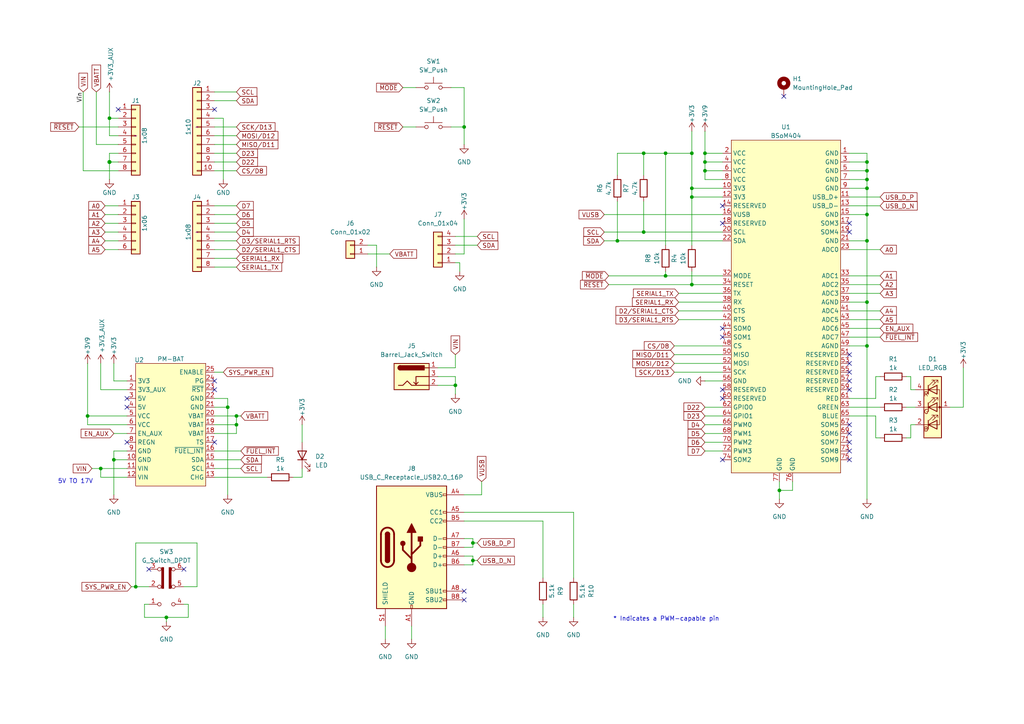
<source format=kicad_sch>
(kicad_sch (version 20231120) (generator "eeschema") (generator_version "8.0")
  (paper "A4")
  (title_block (date "mar. 31 mars 2015"))
  (lib_symbols
    (symbol "Connector:Barrel_Jack_Switch" (pin_names hide)
      (property "Reference" "J" (at 0 5.334 0))
      (property "Value" "Barrel_Jack_Switch" (at 0 -5.08 0))
      (symbol "Barrel_Jack_Switch_1_1"
        (pin passive line (at 7.62 2.54 180) (length 2.54) (name "~") (number "1"))
        (pin passive line (at 7.62 -2.54 180) (length 2.54) (name "~") (number "2"))
        (pin passive line (at 7.62 0 180) (length 2.54) (name "~") (number "3"))
      )
    )
    (symbol "Connector:USB_C_Receptacle_USB2.0_16P" (pin_names (offset 1.016))
      (property "Reference" "J" (at 0 22.225 0))
      (property "Value" "USB_C_Receptacle_USB2.0_16P" (at 0 19.685 0))
      (symbol "USB_C_Receptacle_USB2.0_16P_1_1"
        (pin passive line (at 0 -22.86 90) (length 5.08) (name "GND") (number "A1"))
        (pin passive line (at 0 -22.86 90) (length 5.08) hide (name "GND") (number "A12"))
        (pin passive line (at 15.24 15.24 180) (length 5.08) (name "VBUS") (number "A4"))
        (pin bidirectional line (at 15.24 10.16 180) (length 5.08) (name "CC1") (number "A5"))
        (pin bidirectional line (at 15.24 -2.54 180) (length 5.08) (name "D+") (number "A6"))
        (pin bidirectional line (at 15.24 2.54 180) (length 5.08) (name "D-") (number "A7"))
        (pin bidirectional line (at 15.24 -12.7 180) (length 5.08) (name "SBU1") (number "A8"))
        (pin passive line (at 15.24 15.24 180) (length 5.08) hide (name "VBUS") (number "A9"))
        (pin passive line (at 0 -22.86 90) (length 5.08) hide (name "GND") (number "B1"))
        (pin passive line (at 0 -22.86 90) (length 5.08) hide (name "GND") (number "B12"))
        (pin passive line (at 15.24 15.24 180) (length 5.08) hide (name "VBUS") (number "B4"))
        (pin bidirectional line (at 15.24 7.62 180) (length 5.08) (name "CC2") (number "B5"))
        (pin bidirectional line (at 15.24 -5.08 180) (length 5.08) (name "D+") (number "B6"))
        (pin bidirectional line (at 15.24 0 180) (length 5.08) (name "D-") (number "B7"))
        (pin bidirectional line (at 15.24 -15.24 180) (length 5.08) (name "SBU2") (number "B8"))
        (pin passive line (at 15.24 15.24 180) (length 5.08) hide (name "VBUS") (number "B9"))
        (pin passive line (at -7.62 -22.86 90) (length 5.08) (name "SHIELD") (number "S1"))
      )
    )
    (symbol "Connector_Generic:Conn_01x02" (pin_names (offset 1.016) hide)
      (property "Reference" "J" (at 0 2.54 0))
      (property "Value" "Conn_01x02" (at 0 -5.08 0))
      (symbol "Conn_01x02_1_1"
        (pin passive line (at -5.08 0 0) (length 3.81) (name "Pin_1") (number "1"))
        (pin passive line (at -5.08 -2.54 0) (length 3.81) (name "Pin_2") (number "2"))
      )
    )
    (symbol "Connector_Generic:Conn_01x04" (pin_names (offset 1.016) hide)
      (property "Reference" "J" (at 0 5.08 0))
      (property "Value" "Conn_01x04" (at 0 -7.62 0))
      (symbol "Conn_01x04_1_1"
        (pin passive line (at -5.08 2.54 0) (length 3.81) (name "Pin_1") (number "1"))
        (pin passive line (at -5.08 0 0) (length 3.81) (name "Pin_2") (number "2"))
        (pin passive line (at -5.08 -2.54 0) (length 3.81) (name "Pin_3") (number "3"))
        (pin passive line (at -5.08 -5.08 0) (length 3.81) (name "Pin_4") (number "4"))
      )
    )
    (symbol "Connector_Generic:Conn_01x06" (pin_names (offset 1.016) hide)
      (property "Reference" "J" (at 0 7.62 0))
      (property "Value" "Conn_01x06" (at 0 -10.16 0))
      (symbol "Conn_01x06_1_1"
        (pin passive line (at -5.08 5.08 0) (length 3.81) (name "Pin_1") (number "1"))
        (pin passive line (at -5.08 2.54 0) (length 3.81) (name "Pin_2") (number "2"))
        (pin passive line (at -5.08 0 0) (length 3.81) (name "Pin_3") (number "3"))
        (pin passive line (at -5.08 -2.54 0) (length 3.81) (name "Pin_4") (number "4"))
        (pin passive line (at -5.08 -5.08 0) (length 3.81) (name "Pin_5") (number "5"))
        (pin passive line (at -5.08 -7.62 0) (length 3.81) (name "Pin_6") (number "6"))
      )
    )
    (symbol "Connector_Generic:Conn_01x08" (pin_names (offset 1.016) hide)
      (property "Reference" "J" (at 0 10.16 0))
      (property "Value" "Conn_01x08" (at 0 -12.7 0))
      (symbol "Conn_01x08_1_1"
        (pin passive line (at -5.08 7.62 0) (length 3.81) (name "Pin_1") (number "1"))
        (pin passive line (at -5.08 5.08 0) (length 3.81) (name "Pin_2") (number "2"))
        (pin passive line (at -5.08 2.54 0) (length 3.81) (name "Pin_3") (number "3"))
        (pin passive line (at -5.08 0 0) (length 3.81) (name "Pin_4") (number "4"))
        (pin passive line (at -5.08 -2.54 0) (length 3.81) (name "Pin_5") (number "5"))
        (pin passive line (at -5.08 -5.08 0) (length 3.81) (name "Pin_6") (number "6"))
        (pin passive line (at -5.08 -7.62 0) (length 3.81) (name "Pin_7") (number "7"))
        (pin passive line (at -5.08 -10.16 0) (length 3.81) (name "Pin_8") (number "8"))
      )
    )
    (symbol "Connector_Generic:Conn_01x10" (pin_names (offset 1.016) hide)
      (property "Reference" "J" (at 0 12.7 0))
      (property "Value" "Conn_01x10" (at 0 -15.24 0))
      (symbol "Conn_01x10_1_1"
        (pin passive line (at -5.08 10.16 0) (length 3.81) (name "Pin_1") (number "1"))
        (pin passive line (at -5.08 -12.7 0) (length 3.81) (name "Pin_10") (number "10"))
        (pin passive line (at -5.08 7.62 0) (length 3.81) (name "Pin_2") (number "2"))
        (pin passive line (at -5.08 5.08 0) (length 3.81) (name "Pin_3") (number "3"))
        (pin passive line (at -5.08 2.54 0) (length 3.81) (name "Pin_4") (number "4"))
        (pin passive line (at -5.08 0 0) (length 3.81) (name "Pin_5") (number "5"))
        (pin passive line (at -5.08 -2.54 0) (length 3.81) (name "Pin_6") (number "6"))
        (pin passive line (at -5.08 -5.08 0) (length 3.81) (name "Pin_7") (number "7"))
        (pin passive line (at -5.08 -7.62 0) (length 3.81) (name "Pin_8") (number "8"))
        (pin passive line (at -5.08 -10.16 0) (length 3.81) (name "Pin_9") (number "9"))
      )
    )
    (symbol "Device:LED" (pin_numbers hide) (pin_names (offset 1.016) hide)
      (property "Reference" "D" (at 0 2.54 0))
      (property "Value" "LED" (at 0 -2.54 0))
      (symbol "LED_1_1"
        (pin passive line (at -3.81 0 0) (length 2.54) (name "K") (number "1"))
        (pin passive line (at 3.81 0 180) (length 2.54) (name "A") (number "2"))
      )
    )
    (symbol "Device:R" (pin_numbers hide) (pin_names (offset 0))
      (property "Reference" "R" (at 2.032 0 90))
      (property "Value" "R" (at 0 0 90))
      (symbol "R_1_1"
        (pin passive line (at 0 3.81 270) (length 1.27) (name "~") (number "1"))
        (pin passive line (at 0 -3.81 90) (length 1.27) (name "~") (number "2"))
      )
    )
    (symbol "Mechanical:MountingHole_Pad" (pin_numbers hide) (pin_names (offset 1.016) hide) (exclude_from_sim yes) (in_bom no)
      (property "Reference" "H" (at 0 6.35 0))
      (property "Value" "MountingHole_Pad" (at 0 4.445 0))
      (symbol "MountingHole_Pad_1_1"
        (pin input line (at 0 -2.54 90) (length 2.54) (name "1") (number "1"))
      )
    )
    (symbol "Somduino_Symbols:G_Switch_DPDT" (pin_names (offset 0) hide)
      (property "Reference" "SW" (at 0 6.858 0))
      (property "Value" "G_Switch_DPDT" (at 0 -8.128 0))
      (symbol "G_Switch_DPDT_1_1"
        (pin passive line (at -5.08 -5.08 0) (length 2.54) (name "C") (number "1"))
        (pin passive line (at -5.08 0 0) (length 2.54) (name "B") (number "2"))
        (pin passive line (at -5.08 5.08 0) (length 2.54) (name "A") (number "3"))
        (pin passive line (at 5.08 -5.08 180) (length 2.54) (name "A") (number "4"))
        (pin passive line (at 5.08 0 180) (length 2.54) (name "B") (number "5"))
        (pin passive line (at 5.08 5.08 180) (length 2.54) (name "C") (number "6"))
      )
    )
    (symbol "Somduino_Symbols:LED_RGB" (pin_names (offset 0) hide)
      (property "Reference" "D" (at 0 10.16 0))
      (property "Value" "LED_RGB" (at 0 -10.16 0))
      (symbol "LED_RGB_0_0"
        (text "B" (at -1.905 -6.35 0) (effects (font (size 1.27 1.27))))
        (text "G" (at -1.905 -1.27 0) (effects (font (size 1.27 1.27))))
        (text "R" (at -1.905 3.81 0) (effects (font (size 1.27 1.27))))
      )
      (symbol "LED_RGB_1_1"
        (pin passive line (at 5.08 0 180) (length 2.54) (name "A") (number "1"))
        (pin passive line (at -5.08 -5.08 0) (length 2.54) (name "BK") (number "2"))
        (pin passive line (at -5.08 0 0) (length 2.54) (name "GK") (number "3"))
        (pin passive line (at -5.08 5.08 0) (length 2.54) (name "RK") (number "4"))
      )
    )
    (symbol "Somduino_Symbols:ParticlePowerModule"
      (property "Reference" "U" (at -9.652 -36.576 0))
      (symbol "ParticlePowerModule_1_1"
        (pin input line (at -12.7 -5.08 0) (length 2.54) (name "3V3") (number "1"))
        (pin input line (at -12.7 -27.94 0) (length 2.54) (name "GND") (number "10"))
        (pin input line (at -12.7 -30.48 0) (length 2.54) (name "VIN") (number "11"))
        (pin input line (at -12.7 -33.02 0) (length 2.54) (name "VIN") (number "12"))
        (pin input line (at 12.7 -33.02 180) (length 2.54) (name "CHG") (number "13"))
        (pin input line (at 12.7 -30.48 180) (length 2.54) (name "SCL") (number "14"))
        (pin input line (at 12.7 -27.94 180) (length 2.54) (name "SDA") (number "15"))
        (pin input line (at 12.7 -25.4 180) (length 2.54) (name "~{FUEL_INT}") (number "16"))
        (pin input line (at 12.7 -22.86 180) (length 2.54) (name "TS") (number "17"))
        (pin input line (at 12.7 -20.32 180) (length 2.54) (name "VBAT") (number "18"))
        (pin input line (at 12.7 -17.78 180) (length 2.54) (name "VBAT") (number "19"))
        (pin input line (at -12.7 -7.62 0) (length 2.54) (name "3V3_AUX") (number "2"))
        (pin input line (at 12.7 -15.24 180) (length 2.54) (name "VBAT") (number "20"))
        (pin input line (at 12.7 -12.7 180) (length 2.54) (name "GND") (number "21"))
        (pin input line (at 12.7 -10.16 180) (length 2.54) (name "GND") (number "22"))
        (pin input line (at 12.7 -7.62 180) (length 2.54) (name "~{RST}") (number "23"))
        (pin input line (at 12.7 -5.08 180) (length 2.54) (name "PG") (number "24"))
        (pin input line (at 12.7 -2.54 180) (length 2.54) (name "ENABLE") (number "25"))
        (pin input line (at -12.7 -10.16 0) (length 2.54) (name "5V") (number "3"))
        (pin input line (at -12.7 -12.7 0) (length 2.54) (name "5V") (number "4"))
        (pin input line (at -12.7 -15.24 0) (length 2.54) (name "VCC") (number "5"))
        (pin input line (at -12.7 -17.78 0) (length 2.54) (name "VCC") (number "6"))
        (pin input line (at -12.7 -20.32 0) (length 2.54) (name "EN_AUX") (number "7"))
        (pin input line (at -12.7 -22.86 0) (length 2.54) (name "REGN") (number "8"))
        (pin input line (at -12.7 -25.4 0) (length 2.54) (name "GND") (number "9"))
      )
    )
    (symbol "Somduino_Symbols:ParticleSoM"
      (property "Reference" "U" (at -14.732 -62.484 0))
      (symbol "ParticleSoM_1_1"
        (pin input line (at 19.05 31.75 180) (length 2.54) (name "GND") (number "1"))
        (pin input line (at -17.78 21.59 0) (length 2.54) (name "3V3") (number "10"))
        (pin input line (at 19.05 19.05 180) (length 2.54) (name "USB_D+") (number "11"))
        (pin input line (at -17.78 19.05 0) (length 2.54) (name "3V3") (number "12"))
        (pin input line (at 19.05 16.51 180) (length 2.54) (name "USB_D-") (number "13"))
        (pin input line (at -17.78 16.51 0) (length 2.54) (name "RESERVED") (number "14"))
        (pin input line (at 19.05 13.97 180) (length 2.54) (name "GND") (number "15"))
        (pin input line (at -17.78 13.97 0) (length 2.54) (name "VUSB") (number "16"))
        (pin input line (at 19.05 11.43 180) (length 2.54) (name "SOM3") (number "17"))
        (pin input line (at -17.78 11.43 0) (length 2.54) (name "RESERVED") (number "18"))
        (pin input line (at 19.05 8.89 180) (length 2.54) (name "SOM4") (number "19"))
        (pin input line (at -17.78 31.75 0) (length 2.54) (name "VCC") (number "2"))
        (pin input line (at -17.78 8.89 0) (length 2.54) (name "SCL") (number "20"))
        (pin input line (at 19.05 6.35 180) (length 2.54) (name "GND") (number "21"))
        (pin input line (at -17.78 6.35 0) (length 2.54) (name "SDA") (number "22"))
        (pin input line (at 19.05 3.81 180) (length 2.54) (name "ADC0") (number "23"))
        (pin input line (at 19.05 29.21 180) (length 2.54) (name "GND") (number "3"))
        (pin input line (at -17.78 -3.81 0) (length 2.54) (name "MODE") (number "32"))
        (pin input line (at 19.05 -3.81 180) (length 2.54) (name "ADC1") (number "33"))
        (pin input line (at -17.78 -6.35 0) (length 2.54) (name "RESET") (number "34"))
        (pin input line (at 19.05 -6.35 180) (length 2.54) (name "ADC2") (number "35"))
        (pin input line (at -17.78 -8.89 0) (length 2.54) (name "TX") (number "36"))
        (pin input line (at 19.05 -8.89 180) (length 2.54) (name "ADC3") (number "37"))
        (pin input line (at -17.78 -11.43 0) (length 2.54) (name "RX") (number "38"))
        (pin input line (at 19.05 -11.43 180) (length 2.54) (name "AGND") (number "39"))
        (pin input line (at -17.78 29.21 0) (length 2.54) (name "VCC") (number "4"))
        (pin input line (at -17.78 -13.97 0) (length 2.54) (name "CTS") (number "40"))
        (pin input line (at 19.05 -13.97 180) (length 2.54) (name "ADC4") (number "41"))
        (pin input line (at -17.78 -16.51 0) (length 2.54) (name "RTS") (number "42"))
        (pin input line (at 19.05 -16.51 180) (length 2.54) (name "ADC5") (number "43"))
        (pin input line (at -17.78 -19.05 0) (length 2.54) (name "SOM0") (number "44"))
        (pin input line (at 19.05 -19.05 180) (length 2.54) (name "ADC6") (number "45"))
        (pin input line (at -17.78 -21.59 0) (length 2.54) (name "SOM1") (number "46"))
        (pin input line (at 19.05 -21.59 180) (length 2.54) (name "ADC7") (number "47"))
        (pin input line (at -17.78 -24.13 0) (length 2.54) (name "CS") (number "48"))
        (pin input line (at 19.05 -24.13 180) (length 2.54) (name "AGND") (number "49"))
        (pin input line (at 19.05 26.67 180) (length 2.54) (name "GND") (number "5"))
        (pin input line (at -17.78 -26.67 0) (length 2.54) (name "MISO") (number "50"))
        (pin input line (at 19.05 -26.67 180) (length 2.54) (name "RESERVED") (number "51"))
        (pin input line (at -17.78 -29.21 0) (length 2.54) (name "MOSI") (number "52"))
        (pin input line (at 19.05 -29.21 180) (length 2.54) (name "RESERVED") (number "53"))
        (pin input line (at -17.78 -31.75 0) (length 2.54) (name "SCK") (number "54"))
        (pin input line (at 19.05 -31.75 180) (length 2.54) (name "RESERVED") (number "55"))
        (pin input line (at -17.78 -34.29 0) (length 2.54) (name "GND") (number "56"))
        (pin input line (at 19.05 -34.29 180) (length 2.54) (name "RESERVED") (number "57"))
        (pin input line (at -17.78 -36.83 0) (length 2.54) (name "RESERVED") (number "58"))
        (pin input line (at 19.05 -36.83 180) (length 2.54) (name "RESERVED") (number "59"))
        (pin input line (at -17.78 26.67 0) (length 2.54) (name "VCC") (number "6"))
        (pin input line (at -17.78 -39.37 0) (length 2.54) (name "RESERVED") (number "60"))
        (pin input line (at 19.05 -39.37 180) (length 2.54) (name "RED") (number "61"))
        (pin input line (at -17.78 -41.91 0) (length 2.54) (name "GPIO0") (number "62"))
        (pin input line (at 19.05 -41.91 180) (length 2.54) (name "GREEN") (number "63"))
        (pin input line (at -17.78 -44.45 0) (length 2.54) (name "GPIO1") (number "64"))
        (pin input line (at 19.05 -44.45 180) (length 2.54) (name "BLUE") (number "65"))
        (pin input line (at -17.78 -46.99 0) (length 2.54) (name "PWM0") (number "66"))
        (pin input line (at 19.05 -46.99 180) (length 2.54) (name "SOM5") (number "67"))
        (pin input line (at -17.78 -49.53 0) (length 2.54) (name "PWM1") (number "68"))
        (pin input line (at 19.05 -49.53 180) (length 2.54) (name "SOM6") (number "69"))
        (pin input line (at 19.05 24.13 180) (length 2.54) (name "GND") (number "7"))
        (pin input line (at -17.78 -52.07 0) (length 2.54) (name "PWM2") (number "70"))
        (pin input line (at 19.05 -52.07 180) (length 2.54) (name "SOM7") (number "71"))
        (pin input line (at -17.78 -54.61 0) (length 2.54) (name "PWM3") (number "72"))
        (pin input line (at 19.05 -54.61 180) (length 2.54) (name "SOM8") (number "73"))
        (pin input line (at -17.78 -57.15 0) (length 2.54) (name "SOM2") (number "74"))
        (pin input line (at 19.05 -57.15 180) (length 2.54) (name "SOM9") (number "75"))
        (pin input line (at 2.54 -63.5 90) (length 2.54) (name "GND") (number "76"))
        (pin input line (at -1.27 -63.5 90) (length 2.54) (name "GND") (number "77"))
        (pin input line (at -17.78 24.13 0) (length 2.54) (name "VCC") (number "8"))
        (pin input line (at 19.05 21.59 180) (length 2.54) (name "GND") (number "9"))
      )
    )
    (symbol "Switch:SW_Push" (pin_numbers hide) (pin_names (offset 1.016) hide)
      (property "Reference" "SW" (at 1.27 2.54 0))
      (property "Value" "SW_Push" (at 0 -1.524 0))
      (symbol "SW_Push_0_1"
        (pin passive line (at -5.08 0 0) (length 2.54) (name "1") (number "1"))
        (pin passive line (at 5.08 0 180) (length 2.54) (name "2") (number "2"))
      )
    )
    (symbol "power:+3V3" (power) (pin_numbers hide) (pin_names (offset 0) hide)
      (property "Value" "+3V3" (at 0 3.556 0))
      (symbol "+3V3_1_1"
        (pin power_in line (at 0 0 90) (length 0) (name "~") (number "1"))
      )
    )
    (symbol "power:+5V" (power) (pin_numbers hide) (pin_names (offset 0) hide)
      (property "Value" "+5V" (at 0 3.556 0))
      (symbol "+5V_1_1"
        (pin power_in line (at 0 0 90) (length 0) (name "~") (number "1"))
      )
    )
    (symbol "power:GND" (power) (pin_numbers hide) (pin_names (offset 0) hide)
      (property "Value" "GND" (at 0 -3.81 0))
      (symbol "GND_1_1"
        (pin power_in line (at 0 0 270) (length 0) (name "~") (number "1"))
      )
    )
  )
  (junction (at 226.06 142.24))
  (junction (at 251.46 54.61))
  (junction (at 204.47 46.99))
  (junction (at 68.58 120.65))
  (junction (at 25.4 120.65))
  (junction (at 48.26 179.07))
  (junction (at 204.47 44.45))
  (junction (at 200.66 82.55))
  (junction (at 251.46 69.85))
  (junction (at 251.46 46.99))
  (junction (at 204.47 49.53))
  (junction (at 31.75 46.99) (diameter 1.016))
  (junction (at 132.08 111.76))
  (junction (at 200.66 54.61))
  (junction (at 251.46 87.63))
  (junction (at 251.46 62.23))
  (junction (at 134.62 36.83))
  (junction (at 200.66 44.45))
  (junction (at 251.46 52.07))
  (junction (at 200.66 57.15))
  (junction (at 251.46 100.33))
  (junction (at 137.16 162.56))
  (junction (at 68.58 123.19))
  (junction (at 31.75 34.29))
  (junction (at 193.04 80.01))
  (junction (at 186.69 44.45))
  (junction (at 66.04 118.11))
  (junction (at 179.07 69.85))
  (junction (at 33.02 133.35))
  (junction (at 251.46 49.53))
  (junction (at 137.16 157.48))
  (junction (at 29.21 135.89))
  (junction (at 39.37 170.18))
  (junction (at 193.04 44.45))
  (junction (at 186.69 67.31))
  (no_connect (at 36.83 128.27))
  (no_connect (at 246.38 130.81))
  (no_connect (at 134.62 173.99))
  (no_connect (at 246.38 125.73))
  (no_connect (at 134.62 171.45))
  (no_connect (at 209.55 59.69))
  (no_connect (at 246.38 64.77))
  (no_connect (at 62.23 110.49))
  (no_connect (at 53.34 165.1))
  (no_connect (at 209.55 64.77))
  (no_connect (at 62.23 113.03))
  (no_connect (at 209.55 115.57))
  (no_connect (at 246.38 107.95))
  (no_connect (at 62.23 128.27))
  (no_connect (at 209.55 97.79))
  (no_connect (at 246.38 113.03))
  (no_connect (at 62.23 31.75))
  (no_connect (at 36.83 118.11))
  (no_connect (at 209.55 113.03))
  (no_connect (at 246.38 123.19))
  (no_connect (at 246.38 128.27))
  (no_connect (at 246.38 67.31))
  (no_connect (at 246.38 105.41))
  (no_connect (at 209.55 133.35))
  (no_connect (at 34.29 31.75))
  (no_connect (at 246.38 102.87))
  (no_connect (at 43.18 165.1))
  (no_connect (at 246.38 110.49))
  (no_connect (at 246.38 133.35))
  (no_connect (at 209.55 95.25))
  (no_connect (at 36.83 115.57))
  (no_connect (at 227.33 27.94))
  (wire (pts (xy 246.38 92.71) (xy 255.27 92.71)))
  (wire (pts (xy 36.83 113.03) (xy 29.21 113.03)))
  (wire (pts (xy 157.48 151.13) (xy 157.48 167.64)))
  (wire (pts (xy 41.91 179.07) (xy 48.26 179.07)))
  (wire (pts (xy 106.68 71.12) (xy 109.22 71.12)))
  (wire (pts (xy 246.38 62.23) (xy 251.46 62.23)))
  (wire (pts (xy 137.16 162.56) (xy 137.16 161.29)))
  (wire (pts (xy 137.16 158.75) (xy 137.16 157.48)))
  (wire (pts (xy 204.47 125.73) (xy 209.55 125.73)))
  (wire (pts (xy 30.48 72.39) (xy 34.29 72.39)))
  (wire (pts (xy 62.23 46.99) (xy 68.58 46.99)))
  (wire (pts (xy 33.02 133.35) (xy 36.83 133.35)))
  (wire (pts (xy 255.27 109.22) (xy 254 109.22)))
  (wire (pts (xy 204.47 118.11) (xy 209.55 118.11)))
  (wire (pts (xy 68.58 123.19) (xy 68.58 125.73)))
  (wire (pts (xy 68.58 125.73) (xy 62.23 125.73)))
  (wire (pts (xy 30.48 64.77) (xy 34.29 64.77)))
  (wire (pts (xy 66.04 115.57) (xy 66.04 118.11)))
  (wire (pts (xy 200.66 78.74) (xy 200.66 82.55)))
  (wire (pts (xy 39.37 157.48) (xy 39.37 170.18)))
  (wire (pts (xy 62.23 118.11) (xy 66.04 118.11)))
  (wire (pts (xy 62.23 133.35) (xy 69.85 133.35)))
  (wire (pts (xy 195.58 100.33) (xy 209.55 100.33)))
  (wire (pts (xy 31.75 44.45) (xy 31.75 46.99)))
  (wire (pts (xy 179.07 44.45) (xy 186.69 44.45)))
  (wire (pts (xy 48.26 179.07) (xy 48.26 180.34)))
  (wire (pts (xy 33.02 133.35) (xy 33.02 143.51)))
  (wire (pts (xy 116.84 36.83) (xy 120.65 36.83)))
  (wire (pts (xy 132.08 111.76) (xy 132.08 114.3)))
  (wire (pts (xy 36.83 130.81) (xy 33.02 130.81)))
  (wire (pts (xy 139.7 139.7) (xy 139.7 143.51)))
  (wire (pts (xy 254 109.22) (xy 254 115.57)))
  (wire (pts (xy 133.35 76.2) (xy 133.35 78.74)))
  (wire (pts (xy 134.62 156.21) (xy 137.16 156.21)))
  (wire (pts (xy 246.38 90.17) (xy 255.27 90.17)))
  (wire (pts (xy 31.75 46.99) (xy 31.75 52.07)))
  (wire (pts (xy 251.46 44.45) (xy 251.46 46.99)))
  (wire (pts (xy 264.16 127) (xy 262.89 127)))
  (wire (pts (xy 87.63 138.43) (xy 85.09 138.43)))
  (wire (pts (xy 179.07 50.8) (xy 179.07 44.45)))
  (wire (pts (xy 31.75 39.37) (xy 34.29 39.37)))
  (wire (pts (xy 39.37 170.18) (xy 43.18 170.18)))
  (wire (pts (xy 62.23 77.47) (xy 68.58 77.47)))
  (wire (pts (xy 43.18 175.26) (xy 41.91 175.26)))
  (wire (pts (xy 54.61 179.07) (xy 48.26 179.07)))
  (wire (pts (xy 127 111.76) (xy 132.08 111.76)))
  (wire (pts (xy 132.08 68.58) (xy 138.43 68.58)))
  (wire (pts (xy 246.38 82.55) (xy 255.27 82.55)))
  (wire (pts (xy 27.94 26.67) (xy 27.94 41.91)))
  (wire (pts (xy 62.23 29.21) (xy 68.58 29.21)))
  (wire (pts (xy 251.46 69.85) (xy 251.46 87.63)))
  (wire (pts (xy 137.16 163.83) (xy 137.16 162.56)))
  (wire (pts (xy 175.26 62.23) (xy 209.55 62.23)))
  (wire (pts (xy 68.58 120.65) (xy 68.58 123.19)))
  (wire (pts (xy 134.62 148.59) (xy 166.37 148.59)))
  (wire (pts (xy 57.15 157.48) (xy 39.37 157.48)))
  (wire (pts (xy 246.38 72.39) (xy 255.27 72.39)))
  (wire (pts (xy 132.08 102.87) (xy 132.08 106.68)))
  (wire (pts (xy 204.47 46.99) (xy 209.55 46.99)))
  (wire (pts (xy 31.75 26.67) (xy 31.75 34.29)))
  (wire (pts (xy 246.38 49.53) (xy 251.46 49.53)))
  (wire (pts (xy 134.62 63.5) (xy 134.62 73.66)))
  (wire (pts (xy 265.43 113.03) (xy 264.16 113.03)))
  (wire (pts (xy 166.37 175.26) (xy 166.37 179.07)))
  (wire (pts (xy 33.02 110.49) (xy 36.83 110.49)))
  (wire (pts (xy 246.38 85.09) (xy 255.27 85.09)))
  (wire (pts (xy 186.69 44.45) (xy 193.04 44.45)))
  (wire (pts (xy 134.62 25.4) (xy 134.62 36.83)))
  (wire (pts (xy 200.66 82.55) (xy 209.55 82.55)))
  (wire (pts (xy 69.85 120.65) (xy 68.58 120.65)))
  (wire (pts (xy 62.23 36.83) (xy 68.58 36.83)))
  (wire (pts (xy 175.26 69.85) (xy 179.07 69.85)))
  (wire (pts (xy 62.23 123.19) (xy 68.58 123.19)))
  (wire (pts (xy 66.04 118.11) (xy 66.04 143.51)))
  (wire (pts (xy 226.06 142.24) (xy 226.06 144.78)))
  (wire (pts (xy 246.38 69.85) (xy 251.46 69.85)))
  (wire (pts (xy 134.62 158.75) (xy 137.16 158.75)))
  (wire (pts (xy 62.23 130.81) (xy 69.85 130.81)))
  (wire (pts (xy 246.38 52.07) (xy 251.46 52.07)))
  (wire (pts (xy 62.23 64.77) (xy 68.58 64.77)))
  (wire (pts (xy 254 120.65) (xy 246.38 120.65)))
  (wire (pts (xy 132.08 73.66) (xy 134.62 73.66)))
  (wire (pts (xy 62.23 62.23) (xy 68.58 62.23)))
  (wire (pts (xy 186.69 58.42) (xy 186.69 67.31)))
  (wire (pts (xy 279.4 106.68) (xy 279.4 118.11)))
  (wire (pts (xy 127 109.22) (xy 132.08 109.22)))
  (wire (pts (xy 62.23 59.69) (xy 68.58 59.69)))
  (wire (pts (xy 62.23 74.93) (xy 68.58 74.93)))
  (wire (pts (xy 193.04 71.12) (xy 193.04 44.45)))
  (wire (pts (xy 195.58 102.87) (xy 209.55 102.87)))
  (wire (pts (xy 251.46 100.33) (xy 251.46 144.78)))
  (wire (pts (xy 179.07 69.85) (xy 209.55 69.85)))
  (wire (pts (xy 254 115.57) (xy 246.38 115.57)))
  (wire (pts (xy 196.85 85.09) (xy 209.55 85.09)))
  (wire (pts (xy 137.16 156.21) (xy 137.16 157.48)))
  (wire (pts (xy 196.85 90.17) (xy 209.55 90.17)))
  (wire (pts (xy 264.16 123.19) (xy 264.16 127)))
  (wire (pts (xy 204.47 120.65) (xy 209.55 120.65)))
  (wire (pts (xy 193.04 80.01) (xy 209.55 80.01)))
  (wire (pts (xy 62.23 26.67) (xy 68.58 26.67)))
  (wire (pts (xy 195.58 105.41) (xy 209.55 105.41)))
  (wire (pts (xy 193.04 44.45) (xy 200.66 44.45)))
  (wire (pts (xy 264.16 113.03) (xy 264.16 109.22)))
  (wire (pts (xy 111.76 181.61) (xy 111.76 185.42)))
  (wire (pts (xy 279.4 118.11) (xy 275.59 118.11)))
  (wire (pts (xy 132.08 71.12) (xy 138.43 71.12)))
  (wire (pts (xy 186.69 67.31) (xy 209.55 67.31)))
  (wire (pts (xy 26.67 135.89) (xy 29.21 135.89)))
  (wire (pts (xy 132.08 106.68) (xy 127 106.68)))
  (wire (pts (xy 166.37 148.59) (xy 166.37 167.64)))
  (wire (pts (xy 27.94 41.91) (xy 34.29 41.91)))
  (wire (pts (xy 53.34 170.18) (xy 57.15 170.18)))
  (wire (pts (xy 251.46 46.99) (xy 251.46 49.53)))
  (wire (pts (xy 229.87 142.24) (xy 226.06 142.24)))
  (wire (pts (xy 200.66 57.15) (xy 209.55 57.15)))
  (wire (pts (xy 254 127) (xy 254 120.65)))
  (wire (pts (xy 62.23 67.31) (xy 68.58 67.31)))
  (wire (pts (xy 139.7 143.51) (xy 134.62 143.51)))
  (wire (pts (xy 64.77 34.29) (xy 64.77 52.07)))
  (wire (pts (xy 196.85 87.63) (xy 209.55 87.63)))
  (wire (pts (xy 25.4 123.19) (xy 36.83 123.19)))
  (wire (pts (xy 246.38 87.63) (xy 251.46 87.63)))
  (wire (pts (xy 54.61 175.26) (xy 53.34 175.26)))
  (wire (pts (xy 62.23 120.65) (xy 68.58 120.65)))
  (wire (pts (xy 62.23 41.91) (xy 68.58 41.91)))
  (wire (pts (xy 204.47 44.45) (xy 204.47 46.99)))
  (wire (pts (xy 33.02 125.73) (xy 36.83 125.73)))
  (wire (pts (xy 200.66 44.45) (xy 200.66 54.61)))
  (wire (pts (xy 176.53 82.55) (xy 200.66 82.55)))
  (wire (pts (xy 226.06 139.7) (xy 226.06 142.24)))
  (wire (pts (xy 176.53 80.01) (xy 193.04 80.01)))
  (wire (pts (xy 62.23 49.53) (xy 68.58 49.53)))
  (wire (pts (xy 200.66 57.15) (xy 200.66 71.12)))
  (wire (pts (xy 251.46 52.07) (xy 251.46 54.61)))
  (wire (pts (xy 179.07 58.42) (xy 179.07 69.85)))
  (wire (pts (xy 34.29 46.99) (xy 31.75 46.99)))
  (wire (pts (xy 130.81 25.4) (xy 134.62 25.4)))
  (wire (pts (xy 29.21 135.89) (xy 36.83 135.89)))
  (wire (pts (xy 132.08 76.2) (xy 133.35 76.2)))
  (wire (pts (xy 204.47 44.45) (xy 209.55 44.45)))
  (wire (pts (xy 29.21 113.03) (xy 29.21 105.41)))
  (wire (pts (xy 137.16 157.48) (xy 138.43 157.48)))
  (wire (pts (xy 251.46 62.23) (xy 251.46 69.85)))
  (wire (pts (xy 157.48 175.26) (xy 157.48 179.07)))
  (wire (pts (xy 130.81 36.83) (xy 134.62 36.83)))
  (wire (pts (xy 265.43 123.19) (xy 264.16 123.19)))
  (wire (pts (xy 41.91 175.26) (xy 41.91 179.07)))
  (wire (pts (xy 204.47 46.99) (xy 204.47 49.53)))
  (wire (pts (xy 62.23 135.89) (xy 69.85 135.89)))
  (wire (pts (xy 264.16 109.22) (xy 262.89 109.22)))
  (wire (pts (xy 246.38 44.45) (xy 251.46 44.45)))
  (wire (pts (xy 25.4 120.65) (xy 25.4 123.19)))
  (wire (pts (xy 30.48 59.69) (xy 34.29 59.69)))
  (wire (pts (xy 119.38 181.61) (xy 119.38 185.42)))
  (wire (pts (xy 22.86 36.83) (xy 34.29 36.83)))
  (wire (pts (xy 134.62 163.83) (xy 137.16 163.83)))
  (wire (pts (xy 134.62 161.29) (xy 137.16 161.29)))
  (wire (pts (xy 30.48 69.85) (xy 34.29 69.85)))
  (wire (pts (xy 200.66 38.1) (xy 200.66 44.45)))
  (wire (pts (xy 33.02 130.81) (xy 33.02 133.35)))
  (wire (pts (xy 246.38 97.79) (xy 255.27 97.79)))
  (wire (pts (xy 36.83 138.43) (xy 29.21 138.43)))
  (wire (pts (xy 186.69 44.45) (xy 186.69 50.8)))
  (wire (pts (xy 229.87 139.7) (xy 229.87 142.24)))
  (wire (pts (xy 30.48 62.23) (xy 34.29 62.23)))
  (wire (pts (xy 193.04 78.74) (xy 193.04 80.01)))
  (wire (pts (xy 31.75 34.29) (xy 34.29 34.29)))
  (wire (pts (xy 204.47 128.27) (xy 209.55 128.27)))
  (wire (pts (xy 246.38 80.01) (xy 255.27 80.01)))
  (wire (pts (xy 204.47 49.53) (xy 204.47 52.07)))
  (wire (pts (xy 134.62 151.13) (xy 157.48 151.13)))
  (wire (pts (xy 204.47 49.53) (xy 209.55 49.53)))
  (wire (pts (xy 62.23 34.29) (xy 64.77 34.29)))
  (wire (pts (xy 30.48 67.31) (xy 34.29 67.31)))
  (wire (pts (xy 31.75 34.29) (xy 31.75 39.37)))
  (wire (pts (xy 62.23 115.57) (xy 66.04 115.57)))
  (wire (pts (xy 34.29 44.45) (xy 31.75 44.45)))
  (wire (pts (xy 251.46 49.53) (xy 251.46 52.07)))
  (wire (pts (xy 134.62 36.83) (xy 134.62 41.91)))
  (wire (pts (xy 175.26 67.31) (xy 186.69 67.31)))
  (wire (pts (xy 57.15 170.18) (xy 57.15 157.48)))
  (wire (pts (xy 132.08 109.22) (xy 132.08 111.76)))
  (wire (pts (xy 246.38 95.25) (xy 255.27 95.25)))
  (wire (pts (xy 246.38 54.61) (xy 251.46 54.61)))
  (wire (pts (xy 138.43 162.56) (xy 137.16 162.56)))
  (wire (pts (xy 200.66 54.61) (xy 200.66 57.15)))
  (wire (pts (xy 204.47 130.81) (xy 209.55 130.81)))
  (wire (pts (xy 25.4 120.65) (xy 36.83 120.65)))
  (wire (pts (xy 62.23 39.37) (xy 68.58 39.37)))
  (wire (pts (xy 62.23 138.43) (xy 77.47 138.43)))
  (wire (pts (xy 251.46 54.61) (xy 251.46 62.23)))
  (wire (pts (xy 204.47 52.07) (xy 209.55 52.07)))
  (wire (pts (xy 33.02 110.49) (xy 33.02 105.41)))
  (wire (pts (xy 24.13 49.53) (xy 34.29 49.53)))
  (wire (pts (xy 196.85 92.71) (xy 209.55 92.71)))
  (wire (pts (xy 255.27 127) (xy 254 127)))
  (wire (pts (xy 106.68 73.66) (xy 113.03 73.66)))
  (wire (pts (xy 87.63 135.89) (xy 87.63 138.43)))
  (wire (pts (xy 29.21 138.43) (xy 29.21 135.89)))
  (wire (pts (xy 87.63 123.19) (xy 87.63 128.27)))
  (wire (pts (xy 204.47 123.19) (xy 209.55 123.19)))
  (wire (pts (xy 62.23 72.39) (xy 68.58 72.39)))
  (wire (pts (xy 39.37 170.18) (xy 38.1 170.18)))
  (wire (pts (xy 204.47 110.49) (xy 209.55 110.49)))
  (wire (pts (xy 209.55 54.61) (xy 200.66 54.61)))
  (wire (pts (xy 109.22 71.12) (xy 109.22 77.47)))
  (wire (pts (xy 246.38 118.11) (xy 255.27 118.11)))
  (wire (pts (xy 246.38 100.33) (xy 251.46 100.33)))
  (wire (pts (xy 246.38 57.15) (xy 255.27 57.15)))
  (wire (pts (xy 262.89 118.11) (xy 265.43 118.11)))
  (wire (pts (xy 116.84 25.4) (xy 120.65 25.4)))
  (wire (pts (xy 204.47 38.1) (xy 204.47 44.45)))
  (wire (pts (xy 62.23 107.95) (xy 64.77 107.95)))
  (wire (pts (xy 24.13 49.53) (xy 24.13 26.67)))
  (wire (pts (xy 62.23 44.45) (xy 68.58 44.45)))
  (wire (pts (xy 246.38 46.99) (xy 251.46 46.99)))
  (wire (pts (xy 54.61 175.26) (xy 54.61 179.07)))
  (wire (pts (xy 62.23 69.85) (xy 68.58 69.85)))
  (wire (pts (xy 195.58 107.95) (xy 209.55 107.95)))
  (wire (pts (xy 251.46 87.63) (xy 251.46 100.33)))
  (wire (pts (xy 246.38 59.69) (xy 255.27 59.69)))
  (wire (pts (xy 25.4 105.41) (xy 25.4 120.65)))
  (text "5V TO 17V" (at 16.764 139.7 0) (effects (font (size 1.27 1.27)) (justify left)))
  (text "* Indicates a PWM-capable pin" (at 177.8 180.34 0) (effects (font (size 1.27 1.27)) (justify left bottom)))
  (label "Vin" (at 24.13 26.67 270))
  (global_label "USB_D_P" (shape input) (at 138.43 157.48 0) (property "Intersheetrefs" "${INTERSHEET_REFS}" (effects (hide yes))))
  (global_label "D2{slash}SERIAL1_CTS" (shape input) (at 196.85 90.17 180) (property "Intersheetrefs" "${INTERSHEET_REFS}" (effects (hide yes))))
  (global_label "D4" (shape input) (at 204.47 123.19 180) (property "Intersheetrefs" "${INTERSHEET_REFS}" (effects (hide yes))))
  (global_label "SDA" (shape input) (at 69.85 133.35 0) (property "Intersheetrefs" "${INTERSHEET_REFS}" (effects (hide yes))))
  (global_label "SDA" (shape input) (at 175.26 69.85 180) (property "Intersheetrefs" "${INTERSHEET_REFS}" (effects (hide yes))))
  (global_label "D4" (shape input) (at 68.58 67.31 0) (property "Intersheetrefs" "${INTERSHEET_REFS}" (effects (hide yes))))
  (global_label "A3" (shape input) (at 30.48 67.31 180) (property "Intersheetrefs" "${INTERSHEET_REFS}" (effects (hide yes))))
  (global_label "SERIAL1_RX" (shape input) (at 68.58 74.93 0) (property "Intersheetrefs" "${INTERSHEET_REFS}" (effects (hide yes))))
  (global_label "SDA" (shape input) (at 138.43 71.12 0) (property "Intersheetrefs" "${INTERSHEET_REFS}" (effects (hide yes))))
  (global_label "A0" (shape input) (at 255.27 72.39 0) (property "Intersheetrefs" "${INTERSHEET_REFS}" (effects (hide yes))))
  (global_label "SYS_PWR_EN" (shape input) (at 64.77 107.95 0) (property "Intersheetrefs" "${INTERSHEET_REFS}" (effects (hide yes))))
  (global_label "A2" (shape input) (at 255.27 82.55 0) (property "Intersheetrefs" "${INTERSHEET_REFS}" (effects (hide yes))))
  (global_label "D7" (shape input) (at 68.58 59.69 0) (property "Intersheetrefs" "${INTERSHEET_REFS}" (effects (hide yes))))
  (global_label "EN_AUX" (shape input) (at 33.02 125.73 180) (property "Intersheetrefs" "${INTERSHEET_REFS}" (effects (hide yes))))
  (global_label "A5" (shape input) (at 30.48 72.39 180) (property "Intersheetrefs" "${INTERSHEET_REFS}" (effects (hide yes))))
  (global_label "D5" (shape input) (at 204.47 125.73 180) (property "Intersheetrefs" "${INTERSHEET_REFS}" (effects (hide yes))))
  (global_label "A5" (shape input) (at 255.27 92.71 0) (property "Intersheetrefs" "${INTERSHEET_REFS}" (effects (hide yes))))
  (global_label "SCK{slash}D13" (shape input) (at 195.58 107.95 180) (property "Intersheetrefs" "${INTERSHEET_REFS}" (effects (hide yes))))
  (global_label "SCL" (shape input) (at 138.43 68.58 0) (property "Intersheetrefs" "${INTERSHEET_REFS}" (effects (hide yes))))
  (global_label "USB_D_N" (shape input) (at 138.43 162.56 0) (property "Intersheetrefs" "${INTERSHEET_REFS}" (effects (hide yes))))
  (global_label "D23" (shape input) (at 204.47 120.65 180) (property "Intersheetrefs" "${INTERSHEET_REFS}" (effects (hide yes))))
  (global_label "A1" (shape input) (at 30.48 62.23 180) (property "Intersheetrefs" "${INTERSHEET_REFS}" (effects (hide yes))))
  (global_label "MISO{slash}D11" (shape input) (at 68.58 41.91 0) (property "Intersheetrefs" "${INTERSHEET_REFS}" (effects (hide yes))))
  (global_label "VBATT" (shape input) (at 69.85 120.65 0) (property "Intersheetrefs" "${INTERSHEET_REFS}" (effects (hide yes))))
  (global_label "A3" (shape input) (at 255.27 85.09 0) (property "Intersheetrefs" "${INTERSHEET_REFS}" (effects (hide yes))))
  (global_label "A1" (shape input) (at 255.27 80.01 0) (property "Intersheetrefs" "${INTERSHEET_REFS}" (effects (hide yes))))
  (global_label "SERIAL1_RX" (shape input) (at 196.85 87.63 180) (property "Intersheetrefs" "${INTERSHEET_REFS}" (effects (hide yes))))
  (global_label "CS{slash}D8" (shape input) (at 68.58 49.53 0) (property "Intersheetrefs" "${INTERSHEET_REFS}" (effects (hide yes))))
  (global_label "A4" (shape input) (at 255.27 90.17 0) (property "Intersheetrefs" "${INTERSHEET_REFS}" (effects (hide yes))))
  (global_label "~{FUEL_INT}" (shape input) (at 69.85 130.81 0) (property "Intersheetrefs" "${INTERSHEET_REFS}" (effects (hide yes))))
  (global_label "SERIAL1_TX" (shape input) (at 68.58 77.47 0) (property "Intersheetrefs" "${INTERSHEET_REFS}" (effects (hide yes))))
  (global_label "SCL" (shape input) (at 68.58 26.67 0) (property "Intersheetrefs" "${INTERSHEET_REFS}" (effects (hide yes))))
  (global_label "~{RESET}" (shape input) (at 22.86 36.83 180) (property "Intersheetrefs" "${INTERSHEET_REFS}" (effects (hide yes))))
  (global_label "MISO{slash}D11" (shape input) (at 195.58 102.87 180) (property "Intersheetrefs" "${INTERSHEET_REFS}" (effects (hide yes))))
  (global_label "VIN" (shape input) (at 26.67 135.89 180) (property "Intersheetrefs" "${INTERSHEET_REFS}" (effects (hide yes))))
  (global_label "SCK{slash}D13" (shape input) (at 68.58 36.83 0) (property "Intersheetrefs" "${INTERSHEET_REFS}" (effects (hide yes))))
  (global_label "D7" (shape input) (at 204.47 130.81 180) (property "Intersheetrefs" "${INTERSHEET_REFS}" (effects (hide yes))))
  (global_label "VUSB" (shape input) (at 139.7 139.7 90) (property "Intersheetrefs" "${INTERSHEET_REFS}" (effects (hide yes))))
  (global_label "A0" (shape input) (at 30.48 59.69 180) (property "Intersheetrefs" "${INTERSHEET_REFS}" (effects (hide yes))))
  (global_label "D3{slash}SERIAL1_RTS" (shape input) (at 196.85 92.71 180) (property "Intersheetrefs" "${INTERSHEET_REFS}" (effects (hide yes))))
  (global_label "D22" (shape input) (at 204.47 118.11 180) (property "Intersheetrefs" "${INTERSHEET_REFS}" (effects (hide yes))))
  (global_label "D6" (shape input) (at 68.58 62.23 0) (property "Intersheetrefs" "${INTERSHEET_REFS}" (effects (hide yes))))
  (global_label "D23" (shape input) (at 68.58 44.45 0) (property "Intersheetrefs" "${INTERSHEET_REFS}" (effects (hide yes))))
  (global_label "VBATT" (shape input) (at 113.03 73.66 0) (property "Intersheetrefs" "${INTERSHEET_REFS}" (effects (hide yes))))
  (global_label "SDA" (shape input) (at 68.58 29.21 0) (property "Intersheetrefs" "${INTERSHEET_REFS}" (effects (hide yes))))
  (global_label "CS{slash}D8" (shape input) (at 195.58 100.33 180) (property "Intersheetrefs" "${INTERSHEET_REFS}" (effects (hide yes))))
  (global_label "SYS_PWR_EN" (shape input) (at 38.1 170.18 180) (property "Intersheetrefs" "${INTERSHEET_REFS}" (effects (hide yes))))
  (global_label "SCL" (shape input) (at 69.85 135.89 0) (property "Intersheetrefs" "${INTERSHEET_REFS}" (effects (hide yes))))
  (global_label "A2" (shape input) (at 30.48 64.77 180) (property "Intersheetrefs" "${INTERSHEET_REFS}" (effects (hide yes))))
  (global_label "D22" (shape input) (at 68.58 46.99 0) (property "Intersheetrefs" "${INTERSHEET_REFS}" (effects (hide yes))))
  (global_label "~{RESET}" (shape input) (at 116.84 36.83 180) (property "Intersheetrefs" "${INTERSHEET_REFS}" (effects (hide yes))))
  (global_label "VIN" (shape input) (at 132.08 102.87 90) (property "Intersheetrefs" "${INTERSHEET_REFS}" (effects (hide yes))))
  (global_label "A4" (shape input) (at 30.48 69.85 180) (property "Intersheetrefs" "${INTERSHEET_REFS}" (effects (hide yes))))
  (global_label "EN_AUX" (shape input) (at 255.27 95.25 0) (property "Intersheetrefs" "${INTERSHEET_REFS}" (effects (hide yes))))
  (global_label "~{MODE}" (shape input) (at 176.53 80.01 180) (property "Intersheetrefs" "${INTERSHEET_REFS}" (effects (hide yes))))
  (global_label "VBATT" (shape input) (at 27.94 26.67 90) (property "Intersheetrefs" "${INTERSHEET_REFS}" (effects (hide yes))))
  (global_label "~{MODE}" (shape input) (at 116.84 25.4 180) (property "Intersheetrefs" "${INTERSHEET_REFS}" (effects (hide yes))))
  (global_label "D5" (shape input) (at 68.58 64.77 0) (property "Intersheetrefs" "${INTERSHEET_REFS}" (effects (hide yes))))
  (global_label "SERIAL1_TX" (shape input) (at 196.85 85.09 180) (property "Intersheetrefs" "${INTERSHEET_REFS}" (effects (hide yes))))
  (global_label "VIN" (shape input) (at 24.13 26.67 90) (property "Intersheetrefs" "${INTERSHEET_REFS}" (effects (hide yes))))
  (global_label "MOSI{slash}D12" (shape input) (at 195.58 105.41 180) (property "Intersheetrefs" "${INTERSHEET_REFS}" (effects (hide yes))))
  (global_label "MOSI{slash}D12" (shape input) (at 68.58 39.37 0) (property "Intersheetrefs" "${INTERSHEET_REFS}" (effects (hide yes))))
  (global_label "~{FUEL_INT}" (shape input) (at 255.27 97.79 0) (property "Intersheetrefs" "${INTERSHEET_REFS}" (effects (hide yes))))
  (global_label "~{RESET}" (shape input) (at 176.53 82.55 180) (property "Intersheetrefs" "${INTERSHEET_REFS}" (effects (hide yes))))
  (global_label "VUSB" (shape input) (at 175.26 62.23 180) (property "Intersheetrefs" "${INTERSHEET_REFS}" (effects (hide yes))))
  (global_label "D6" (shape input) (at 204.47 128.27 180) (property "Intersheetrefs" "${INTERSHEET_REFS}" (effects (hide yes))))
  (global_label "SCL" (shape input) (at 175.26 67.31 180) (property "Intersheetrefs" "${INTERSHEET_REFS}" (effects (hide yes))))
  (global_label "D2{slash}SERIAL1_CTS" (shape input) (at 68.58 72.39 0) (property "Intersheetrefs" "${INTERSHEET_REFS}" (effects (hide yes))))
  (global_label "USB_D_N" (shape input) (at 255.27 59.69 0) (property "Intersheetrefs" "${INTERSHEET_REFS}" (effects (hide yes))))
  (global_label "D3{slash}SERIAL1_RTS" (shape input) (at 68.58 69.85 0) (property "Intersheetrefs" "${INTERSHEET_REFS}" (effects (hide yes))))
  (global_label "USB_D_P" (shape input) (at 255.27 57.15 0) (property "Intersheetrefs" "${INTERSHEET_REFS}" (effects (hide yes))))
  (symbol (lib_id "Connector_Generic:Conn_01x08") (at 39.37 39.37 0) (unit 1)
    (property "Reference" "J1" (at 39.37 29.21 0))
    (property "Value" "1x08" (at 41.91 39.37 90))
    (property "Footprint" "Connector_PinSocket_2.54mm:PinSocket_1x08_P2.54mm_Vertical" (effects (hide yes)))
    (property "Datasheet" "~" (at 39.37 39.37 0))
    (property "Description" "Generic connector, single row, 01x08, script generated (kicad-library-utils/schlib/autogen/connector/)" (effects (hide yes)))
    (property "LCSC" "C27438" (effects (hide yes)))
  )
  (symbol (lib_id "power:GND") (at 31.75 52.07 0) (unit 1)
    (property "Reference" "#PWR04" (effects (hide yes)))
    (property "Value" "GND" (at 31.75 55.88 0))
    (property "Description" "Power symbol creates a global label with name \"GND\" , ground" (effects (hide yes)))
  )
  (symbol (lib_id "Connector_Generic:Conn_01x10") (at 57.15 36.83 0) (mirror y) (unit 1)
    (property "Reference" "J2" (at 57.15 24.13 0))
    (property "Value" "1x10" (at 54.61 36.83 90))
    (property "Footprint" "Connector_PinSocket_2.54mm:PinSocket_1x10_P2.54mm_Vertical" (effects (hide yes)))
    (property "Datasheet" "~" (at 57.15 36.83 0))
    (property "Description" "Generic connector, single row, 01x10, script generated (kicad-library-utils/schlib/autogen/connector/)" (effects (hide yes)))
    (property "LCSC" "C5116489" (effects (hide yes)))
  )
  (symbol (lib_id "power:GND") (at 64.77 52.07 0) (unit 1)
    (property "Reference" "#PWR05" (effects (hide yes)))
    (property "Value" "GND" (at 64.77 55.88 0))
    (property "Description" "Power symbol creates a global label with name \"GND\" , ground" (effects (hide yes)))
  )
  (symbol (lib_id "Connector_Generic:Conn_01x06") (at 39.37 64.77 0) (unit 1)
    (property "Reference" "J3" (at 39.37 57.15 0))
    (property "Value" "1x06" (at 41.91 64.77 90))
    (property "Footprint" "Connector_PinSocket_2.54mm:PinSocket_1x06_P2.54mm_Vertical" (effects (hide yes)))
    (property "Description" "Generic connector, single row, 01x06, script generated (kicad-library-utils/schlib/autogen/connector/)" (effects (hide yes)))
    (property "LCSC" "C40877" (effects (hide yes)))
  )
  (symbol (lib_id "Connector_Generic:Conn_01x08") (at 57.15 67.31 0) (mirror y) (unit 1)
    (property "Reference" "J4" (at 57.15 57.15 0))
    (property "Value" "1x08" (at 54.61 67.31 90))
    (property "Footprint" "Connector_PinSocket_2.54mm:PinSocket_1x08_P2.54mm_Vertical" (effects (hide yes)))
    (property "Datasheet" "~" (at 57.15 67.31 0))
    (property "Description" "Generic connector, single row, 01x08, script generated (kicad-library-utils/schlib/autogen/connector/)" (effects (hide yes)))
    (property "LCSC" "C27438" (effects (hide yes)))
  )
  (symbol (lib_id "power:GND") (at 226.06 144.78 0) (unit 1)
    (property "Reference" "#PWR014" (effects (hide yes)))
    (property "Value" "GND" (at 226.06 149.86 0))
    (property "Description" "Power symbol creates a global label with name \"GND\" , ground" (effects (hide yes)))
  )
  (symbol (lib_id "power:+3V3") (at 25.4 105.41 0) (unit 1)
    (property "Reference" "#PWR021" (effects (hide yes)))
    (property "Value" "+3V9" (at 25.4 100.33 90))
    (property "Description" "Power symbol creates a global label with name \"+3V3\"" (effects (hide yes)))
  )
  (symbol (lib_id "Device:LED") (at 87.63 132.08 90) (unit 1)
    (property "Reference" "D2" (at 91.44 132.3974 90) (effects (justify right)))
    (property "Value" "LED" (at 91.44 134.9374 90) (effects (justify right)))
    (property "Footprint" "LED_SMD:LED_0805_2012Metric" (effects (hide yes)))
    (property "Description" "Light emitting diode" (effects (hide yes)))
    (property "LCSC" "C2297" (effects (hide yes)))
  )
  (symbol (lib_id "Device:R") (at 259.08 127 90) (unit 1)
    (property "Reference" "R3" (at 259.08 121.92 90))
    (property "Value" "1k" (at 259.08 124.46 90))
    (property "Footprint" "Resistor_SMD:R_0603_1608Metric" (effects (hide yes)))
    (property "Description" "Resistor" (effects (hide yes)))
    (property "LCSC" "C21190" (effects (hide yes)))
  )
  (symbol (lib_id "power:+3V3") (at 134.62 63.5 0) (unit 1)
    (property "Reference" "#PWR022" (effects (hide yes)))
    (property "Value" "+3V3" (at 134.62 58.42 90))
    (property "Description" "Power symbol creates a global label with name \"+3V3\"" (effects (hide yes)))
  )
  (symbol (lib_id "Somduino_Symbols:LED_RGB") (at 270.51 118.11 0) (unit 1)
    (property "Reference" "D1" (at 270.51 104.14 0))
    (property "Value" "LED_RGB" (at 270.51 106.68 0))
    (property "Footprint" "Somduino_Footprints:LED_RGB_Wuerth-PLCC4_3.2x2.8mm_150141M173100" (effects (hide yes)))
    (property "LCSC" "C5342281" (effects (hide yes)))
  )
  (symbol (lib_id "power:+5V") (at 29.21 105.41 0) (unit 1)
    (property "Reference" "#PWR024" (effects (hide yes)))
    (property "Value" "+3V3_AUX" (at 29.5656 102.362 90) (effects (justify left)))
    (property "Description" "Power symbol creates a global label with name \"+5V\"" (effects (hide yes)))
  )
  (symbol (lib_id "power:GND") (at 132.08 114.3 0) (unit 1)
    (property "Reference" "#PWR011" (effects (hide yes)))
    (property "Value" "GND" (at 132.08 119.38 0))
    (property "Description" "Power symbol creates a global label with name \"GND\" , ground" (effects (hide yes)))
  )
  (symbol (lib_id "power:GND") (at 251.46 144.78 0) (unit 1)
    (property "Reference" "#PWR016" (effects (hide yes)))
    (property "Value" "GND" (at 251.46 149.86 0))
    (property "Description" "Power symbol creates a global label with name \"GND\" , ground" (effects (hide yes)))
  )
  (symbol (lib_id "Switch:SW_Push") (at 125.73 25.4 0) (unit 1)
    (property "Reference" "SW1" (at 125.73 17.78 0))
    (property "Value" "SW_Push" (at 125.73 20.32 0))
    (property "Footprint" "Somduino_Footprints:SW_Push_1P1T_XKB_TS-1187A" (effects (hide yes)))
    (property "Description" "Push button switch, generic, two pins" (effects (hide yes)))
    (property "LCSC" "C318884" (effects (hide yes)))
  )
  (symbol (lib_id "power:GND") (at 157.48 179.07 0) (unit 1)
    (property "Reference" "#PWR026" (effects (hide yes)))
    (property "Value" "GND" (at 157.48 184.15 0))
    (property "Description" "Power symbol creates a global label with name \"GND\" , ground" (effects (hide yes)))
  )
  (symbol (lib_id "Connector_Generic:Conn_01x04") (at 127 73.66 180) (unit 1)
    (property "Reference" "J7" (at 127 62.23 0))
    (property "Value" "Conn_01x04" (at 127 64.77 0))
    (property "Footprint" "Connector_JST:JST_SH_BM04B-SRSS-TB_1x04-1MP_P1.00mm_Vertical" (effects (hide yes)))
    (property "Description" "Generic connector, single row, 01x04, script generated (kicad-library-utils/schlib/autogen/connector/)" (effects (hide yes)))
    (property "LCSC" "C160390" (effects (hide yes)))
  )
  (symbol (lib_id "Device:R") (at 166.37 171.45 0) (unit 1)
    (property "Reference" "R10" (at 171.45 171.45 90))
    (property "Value" "5.1k" (at 168.91 171.45 90))
    (property "Footprint" "Resistor_SMD:R_0603_1608Metric" (effects (hide yes)))
    (property "Description" "Resistor" (effects (hide yes)))
    (property "LCSC" "C23186" (effects (hide yes)))
  )
  (symbol (lib_id "Connector_Generic:Conn_01x02") (at 101.6 73.66 180) (unit 1)
    (property "Reference" "J6" (at 101.6 64.77 0))
    (property "Value" "Conn_01x02" (at 101.6 67.31 0))
    (property "Footprint" "Connector_JST:JST_PH_S2B-PH-SM4-TB_1x02-1MP_P2.00mm_Horizontal" (effects (hide yes)))
    (property "Description" "Generic connector, single row, 01x02, script generated (kicad-library-utils/schlib/autogen/connector/)" (effects (hide yes)))
    (property "LCSC" "C295747" (effects (hide yes)))
  )
  (symbol (lib_id "Device:R") (at 81.28 138.43 90) (unit 1)
    (property "Reference" "R5" (at 81.28 133.35 90))
    (property "Value" "1k" (at 81.28 135.89 90))
    (property "Footprint" "Resistor_SMD:R_0603_1608Metric" (effects (hide yes)))
    (property "Description" "Resistor" (effects (hide yes)))
    (property "LCSC" "C21190" (effects (hide yes)))
  )
  (symbol (lib_id "power:GND") (at 204.47 110.49 270) (unit 1)
    (property "Reference" "#PWR015" (effects (hide yes)))
    (property "Value" "GND" (at 200.66 110.4899 90) (effects (justify right)))
    (property "Description" "Power symbol creates a global label with name \"GND\" , ground" (effects (hide yes)))
  )
  (symbol (lib_id "power:+3V3") (at 279.4 106.68 0) (unit 1)
    (property "Reference" "#PWR017" (effects (hide yes)))
    (property "Value" "+3V3" (at 279.4 101.6 90))
    (property "Description" "Power symbol creates a global label with name \"+3V3\"" (effects (hide yes)))
  )
  (symbol (lib_id "Connector:Barrel_Jack_Switch") (at 119.38 109.22 0) (unit 1)
    (property "Reference" "J5" (at 119.38 100.33 0))
    (property "Value" "Barrel_Jack_Switch" (at 119.38 102.87 0))
    (property "Footprint" "Somduino_Footprints:DC-005-A200" (effects (hide yes)))
    (property "Description" "DC Barrel Jack with an internal switch" (effects (hide yes)))
    (property "LCSC" "C720557" (effects (hide yes)))
  )
  (symbol (lib_id "Somduino_Symbols:ParticleSoM") (at 227.33 76.2 0) (unit 1)
    (property "Reference" "U1" (at 227.965 36.83 0))
    (property "Value" "BSoM404" (at 227.965 39.37 0))
    (property "Footprint" "Somduino_Footprints:SoM_M2_Connector" (effects (hide yes)))
    (property "LCSC" "C2977809" (effects (hide yes)))
  )
  (symbol (lib_id "Mechanical:MountingHole_Pad") (at 227.33 25.4 0) (unit 1) (exclude_from_sim yes)
    (property "Reference" "H1" (at 229.87 22.8599 0) (effects (justify left)))
    (property "Value" "MountingHole_Pad" (at 229.87 25.3999 0) (effects (justify left)))
    (property "Footprint" "Somduino_Footprints:SoM_SMD_ThreadedStandoff" (effects (hide yes)))
    (property "Description" "Mounting Hole with connection" (effects (hide yes)))
    (property "LCSC" "C2916321" (effects (hide yes)))
  )
  (symbol (lib_id "power:GND") (at 48.26 180.34 0) (unit 1)
    (property "Reference" "#PWR06" (effects (hide yes)))
    (property "Value" "GND" (at 48.26 185.42 0))
    (property "Description" "Power symbol creates a global label with name \"GND\" , ground" (effects (hide yes)))
  )
  (symbol (lib_id "power:GND") (at 33.02 143.51 0) (unit 1)
    (property "Reference" "#PWR08" (effects (hide yes)))
    (property "Value" "GND" (at 33.02 148.59 0))
    (property "Description" "Power symbol creates a global label with name \"GND\" , ground" (effects (hide yes)))
  )
  (symbol (lib_id "Device:R") (at 259.08 118.11 90) (unit 1)
    (property "Reference" "R2" (at 259.08 113.03 90))
    (property "Value" "1k" (at 259.08 115.57 90))
    (property "Footprint" "Resistor_SMD:R_0603_1608Metric" (effects (hide yes)))
    (property "Description" "Resistor" (effects (hide yes)))
    (property "LCSC" "C21190" (effects (hide yes)))
  )
  (symbol (lib_id "power:GND") (at 166.37 179.07 0) (unit 1)
    (property "Reference" "#PWR027" (effects (hide yes)))
    (property "Value" "GND" (at 166.37 184.15 0))
    (property "Description" "Power symbol creates a global label with name \"GND\" , ground" (effects (hide yes)))
  )
  (symbol (lib_id "Device:R") (at 186.69 54.61 180) (unit 1)
    (property "Reference" "R7" (at 181.61 54.61 90))
    (property "Value" "4.7k" (at 184.15 54.61 90))
    (property "Footprint" "Resistor_SMD:R_0603_1608Metric" (effects (hide yes)))
    (property "Description" "Resistor" (effects (hide yes)))
    (property "LCSC" "C23162" (effects (hide yes)))
  )
  (symbol (lib_id "power:GND") (at 109.22 77.47 0) (unit 1)
    (property "Reference" "#PWR09" (effects (hide yes)))
    (property "Value" "GND" (at 109.22 82.55 0))
    (property "Description" "Power symbol creates a global label with name \"GND\" , ground" (effects (hide yes)))
  )
  (symbol (lib_id "power:+3V3") (at 33.02 105.41 0) (unit 1)
    (property "Reference" "#PWR020" (effects (hide yes)))
    (property "Value" "+3V3" (at 33.02 100.33 90))
    (property "Description" "Power symbol creates a global label with name \"+3V3\"" (effects (hide yes)))
  )
  (symbol (lib_id "Device:R") (at 179.07 54.61 180) (unit 1)
    (property "Reference" "R6" (at 173.99 54.61 90))
    (property "Value" "4.7k" (at 176.53 54.61 90))
    (property "Footprint" "Resistor_SMD:R_0603_1608Metric" (effects (hide yes)))
    (property "Description" "Resistor" (effects (hide yes)))
    (property "LCSC" "C23162" (effects (hide yes)))
  )
  (symbol (lib_id "Somduino_Symbols:ParticlePowerModule") (at 49.53 105.41 0) (unit 1)
    (property "Reference" "U2" (at 40.386 104.394 0))
    (property "Value" "PM-BAT" (at 49.53 104.14 0))
    (property "Footprint" "Somduino_Footprints:ParticlePowerModuleSMD" (effects (hide yes)))
  )
  (symbol (lib_id "Connector:USB_C_Receptacle_USB2.0_16P") (at 119.38 158.75 0) (unit 1)
    (property "Reference" "J8" (at 119.38 135.89 0))
    (property "Value" "USB_C_Receptacle_USB2.0_16P" (at 119.38 138.43 0))
    (property "Footprint" "Somduino_Footprints:USB_C_Receptacle_G-Switch_GT-USB-7010i" (effects (hide yes)))
    (property "Datasheet" "https://www.usb.org/sites/default/files/documents/usb_type-c.zip" (effects (hide yes)))
    (property "Description" "USB 2.0-only 16P Type-C Receptacle connector" (effects (hide yes)))
    (property "LCSC" "C5362630" (effects (hide yes)))
  )
  (symbol (lib_id "Somduino_Symbols:G_Switch_DPDT") (at 48.26 170.18 0) (unit 1)
    (property "Reference" "SW3" (at 48.26 160.02 0))
    (property "Value" "G_Switch_DPDT" (at 48.26 162.56 0))
    (property "Footprint" "Somduino_Footprints:G-Swtich_SW_DPDT" (effects (hide yes)))
    (property "Description" "Slide Switch, dual pole double throw" (effects (hide yes)))
    (property "LCSC" "C963205" (effects (hide yes)))
  )
  (symbol (lib_id "power:GND") (at 119.38 185.42 0) (unit 1)
    (property "Reference" "#PWR025" (effects (hide yes)))
    (property "Value" "GND" (at 119.38 190.5 0))
    (property "Description" "Power symbol creates a global label with name \"GND\" , ground" (effects (hide yes)))
  )
  (symbol (lib_id "Device:R") (at 200.66 74.93 180) (unit 1)
    (property "Reference" "R4" (at 195.58 74.93 90))
    (property "Value" "10k" (at 198.12 74.93 90))
    (property "Footprint" "Resistor_SMD:R_0603_1608Metric" (effects (hide yes)))
    (property "Description" "Resistor" (effects (hide yes)))
    (property "LCSC" "C15401" (effects (hide yes)))
  )
  (symbol (lib_id "Device:R") (at 259.08 109.22 90) (unit 1)
    (property "Reference" "R1" (at 259.08 104.14 90))
    (property "Value" "1k" (at 259.08 106.68 90))
    (property "Footprint" "Resistor_SMD:R_0603_1608Metric" (effects (hide yes)))
    (property "Description" "Resistor" (effects (hide yes)))
    (property "LCSC" "C21190" (effects (hide yes)))
  )
  (symbol (lib_id "power:GND") (at 66.04 143.51 0) (unit 1)
    (property "Reference" "#PWR07" (effects (hide yes)))
    (property "Value" "GND" (at 66.04 148.59 0))
    (property "Description" "Power symbol creates a global label with name \"GND\" , ground" (effects (hide yes)))
  )
  (symbol (lib_id "power:GND") (at 134.62 41.91 0) (unit 1)
    (property "Reference" "#PWR018" (effects (hide yes)))
    (property "Value" "GND" (at 134.62 46.99 0))
    (property "Description" "Power symbol creates a global label with name \"GND\" , ground" (effects (hide yes)))
  )
  (symbol (lib_id "Device:R") (at 157.48 171.45 0) (unit 1)
    (property "Reference" "R9" (at 162.56 171.45 90))
    (property "Value" "5.1k" (at 160.02 171.45 90))
    (property "Footprint" "Resistor_SMD:R_0603_1608Metric" (effects (hide yes)))
    (property "Description" "Resistor" (effects (hide yes)))
    (property "LCSC" "C23186" (effects (hide yes)))
  )
  (symbol (lib_id "power:GND") (at 111.76 185.42 0) (unit 1)
    (property "Reference" "#PWR02" (effects (hide yes)))
    (property "Value" "GND" (at 111.76 190.5 0))
    (property "Description" "Power symbol creates a global label with name \"GND\" , ground" (effects (hide yes)))
  )
  (symbol (lib_id "power:+3V3") (at 87.63 123.19 0) (unit 1)
    (property "Reference" "#PWR019" (effects (hide yes)))
    (property "Value" "+3V3" (at 87.63 118.11 90))
    (property "Description" "Power symbol creates a global label with name \"+3V3\"" (effects (hide yes)))
  )
  (symbol (lib_id "Device:R") (at 193.04 74.93 180) (unit 1)
    (property "Reference" "R8" (at 187.96 74.93 90))
    (property "Value" "10k" (at 190.5 74.93 90))
    (property "Footprint" "Resistor_SMD:R_0603_1608Metric" (effects (hide yes)))
    (property "Description" "Resistor" (effects (hide yes)))
    (property "LCSC" "C15401" (effects (hide yes)))
  )
  (symbol (lib_id "power:+3V3") (at 200.66 38.1 0) (unit 1)
    (property "Reference" "#PWR012" (effects (hide yes)))
    (property "Value" "+3V3" (at 200.66 33.02 90))
    (property "Description" "Power symbol creates a global label with name \"+3V3\"" (effects (hide yes)))
  )
  (symbol (lib_id "power:GND") (at 133.35 78.74 0) (unit 1)
    (property "Reference" "#PWR023" (effects (hide yes)))
    (property "Value" "GND" (at 133.35 83.82 0))
    (property "Description" "Power symbol creates a global label with name \"GND\" , ground" (effects (hide yes)))
  )
  (symbol (lib_id "power:+5V") (at 31.75 26.67 0) (unit 1)
    (property "Reference" "#PWR01" (effects (hide yes)))
    (property "Value" "+3V3_AUX" (at 32.1056 23.622 90) (effects (justify left)))
    (property "Description" "Power symbol creates a global label with name \"+5V\"" (effects (hide yes)))
  )
  (symbol (lib_id "power:+3V3") (at 204.47 38.1 0) (unit 1)
    (property "Reference" "#PWR013" (effects (hide yes)))
    (property "Value" "+3V9" (at 204.47 33.02 90))
    (property "Description" "Power symbol creates a global label with name \"+3V3\"" (effects (hide yes)))
  )
  (symbol (lib_id "Switch:SW_Push") (at 125.73 36.83 0) (unit 1)
    (property "Reference" "SW2" (at 125.73 29.21 0))
    (property "Value" "SW_Push" (at 125.73 31.75 0))
    (property "Footprint" "Somduino_Footprints:SW_Push_1P1T_XKB_TS-1187A" (effects (hide yes)))
    (property "Description" "Push button switch, generic, two pins" (effects (hide yes)))
    (property "LCSC" "C318884" (effects (hide yes)))
  )
)
</source>
